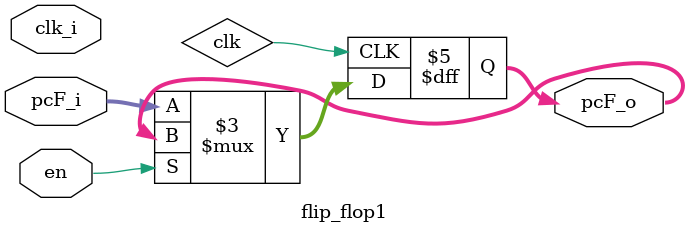
<source format=sv>
module flip_flop1 #(
    parameter ADDRESS_WIDTH = 32,
              DATA_WIDTH = 32
)(
    input  logic                     clk_i,       // clock
    input  logic      en,        // stall f enable
    input  logic [ADDRESS_WIDTH-1:0] pcF_i,       // pc input

    output logic [ADDRESS_WIDTH-1:0] pcF_o,       // pc output
);

always_ff @(posedge clk)
    begin
        if (!en) pcF_o <= pcF_i;
    end

endmodule

</source>
